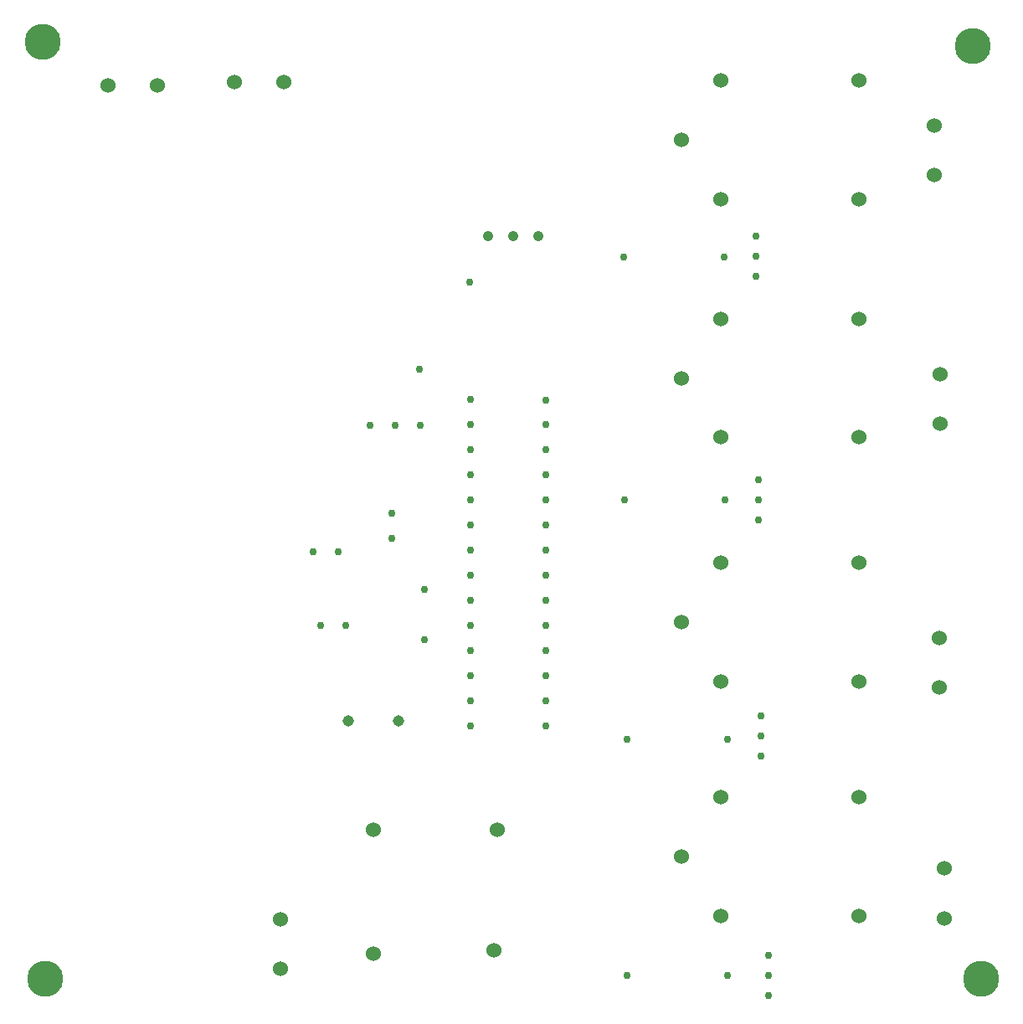
<source format=gbr>
G04 PROTEUS GERBER X2 FILE*
%TF.GenerationSoftware,Labcenter,Proteus,8.7-SP3-Build25561*%
%TF.CreationDate,2019-03-25T11:13:55+00:00*%
%TF.FileFunction,Plated,1,2,PTH*%
%TF.FilePolarity,Positive*%
%TF.Part,Single*%
%TF.SameCoordinates,{7bf090f1-712e-4c9e-9fb6-0cc4d7933681}*%
%FSLAX45Y45*%
%MOMM*%
G01*
%TA.AperFunction,ComponentDrill*%
%ADD33C,1.524000*%
%TA.AperFunction,ComponentDrill*%
%ADD34C,0.762000*%
%TA.AperFunction,ComponentDrill*%
%ADD35C,1.143000*%
%TA.AperFunction,ComponentDrill*%
%ADD36C,1.060000*%
%TA.AperFunction,MechanicalDrill*%
%ADD37C,3.652400*%
%TD.AperFunction*%
D33*
X-430000Y+4360000D03*
X-430000Y+3160000D03*
X-830000Y+3760000D03*
X+970000Y+3160000D03*
X+970000Y+4360000D03*
X-430000Y+1950000D03*
X-430000Y+750000D03*
X-830000Y+1350000D03*
X+970000Y+750000D03*
X+970000Y+1950000D03*
X-430000Y-520000D03*
X-430000Y-1720000D03*
X-830000Y-1120000D03*
X+970000Y-1720000D03*
X+970000Y-520000D03*
X-430000Y-2890000D03*
X-430000Y-4090000D03*
X-830000Y-3490000D03*
X+970000Y-4090000D03*
X+970000Y-2890000D03*
X+1730000Y+3900380D03*
X+1730000Y+3400000D03*
X+1790000Y+1390000D03*
X+1790000Y+889620D03*
X+1780000Y-1280000D03*
X+1780000Y-1780380D03*
X+1830000Y-3610000D03*
X+1830000Y-4110380D03*
D34*
X-70000Y+2783200D03*
X-70000Y+2580000D03*
X-70000Y+2376800D03*
X-50000Y+320000D03*
X-50000Y+116800D03*
X-50000Y-86400D03*
X-20000Y-2066800D03*
X-20000Y-2270000D03*
X-20000Y-2473200D03*
X+50000Y-4490000D03*
X+50000Y-4693200D03*
X+50000Y-4896400D03*
X-1410000Y+2570000D03*
X-394000Y+2570000D03*
X-1400000Y+120000D03*
X-384000Y+120000D03*
X-1380000Y-2300000D03*
X-364000Y-2300000D03*
X-1380000Y-4690000D03*
X-364000Y-4690000D03*
D35*
X-4198000Y-2120000D03*
X-3690000Y-2120000D03*
D33*
X-3940000Y-3220000D03*
X-2724000Y-4436000D03*
X-3940000Y-4470000D03*
X-2690000Y-3220000D03*
D34*
X-3980197Y+874584D03*
X-3726197Y+874584D03*
X-3472197Y+874584D03*
X-4480000Y-1150000D03*
X-4226000Y-1150000D03*
X-4554000Y-410000D03*
X-4300000Y-410000D03*
X-3760000Y-20000D03*
X-3760000Y-274000D03*
X-3430000Y-1298000D03*
X-3430000Y-790000D03*
X-2960000Y+1132000D03*
X-2960000Y+878000D03*
X-2960000Y+624000D03*
X-2960000Y+370000D03*
X-2960000Y+116000D03*
X-2960000Y-138000D03*
X-2960000Y-392000D03*
X-2960000Y-646000D03*
X-2960000Y-900000D03*
X-2960000Y-1154000D03*
X-2960000Y-1408000D03*
X-2960000Y-1662000D03*
X-2960000Y-1916000D03*
X-2960000Y-2170000D03*
X-2198000Y-2170000D03*
X-2198000Y-1916000D03*
X-2198000Y-1662000D03*
X-2198000Y-1408000D03*
X-2198000Y-1154000D03*
X-2198000Y-900000D03*
X-2198000Y-646000D03*
X-2198000Y-392000D03*
X-2198000Y-138000D03*
X-2198000Y+116000D03*
X-2198000Y+370000D03*
X-2198000Y+624000D03*
X-2198000Y+878000D03*
X-2198000Y+1130000D03*
D36*
X-2276000Y+2790000D03*
X-2530000Y+2790000D03*
X-2784000Y+2790000D03*
D34*
X-3476001Y+1440059D03*
X-2968000Y+2319942D03*
D33*
X-4850695Y+4340315D03*
X-5351075Y+4340315D03*
X-6631075Y+4310315D03*
X-6130695Y+4310315D03*
X-4880000Y-4620380D03*
X-4880000Y-4120000D03*
D37*
X-7260000Y-4720000D03*
X+2200000Y-4720000D03*
X+2120000Y+4710000D03*
X-7290000Y+4750000D03*
M02*

</source>
